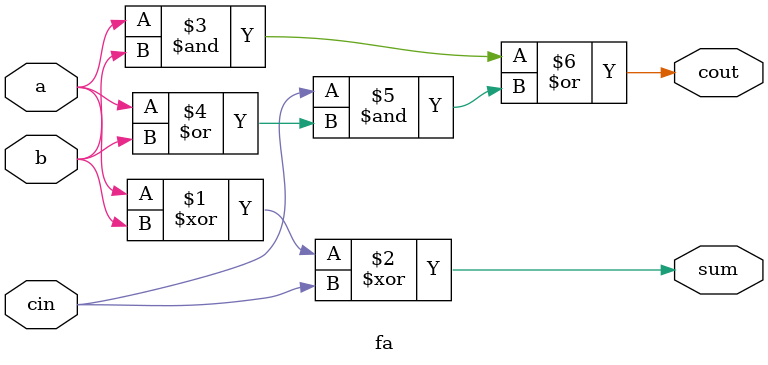
<source format=v>
module top_module( 
    input [2:0] a, b,
    input cin,
    output [2:0] cout,
    output [2:0] sum );
    fa A(.a(a[0]),.b(b[0]),.cin(cin),.cout(cout[0]),.sum(sum[0]));
    fa B(.a(a[1]),.b(b[1]),.cin(cout[0]),.cout(cout[1]),.sum(sum[1]));
    fa c(.a(a[2]),.b(b[2]),.cin(cout[1]),.cout(cout[2]),.sum(sum[2]));
endmodule

module fa( 
    input a, b, cin,
    output cout, sum );
    assign sum = a^b^cin;
    assign cout = (a&b) | (cin&(a|b));

endmodule


</source>
